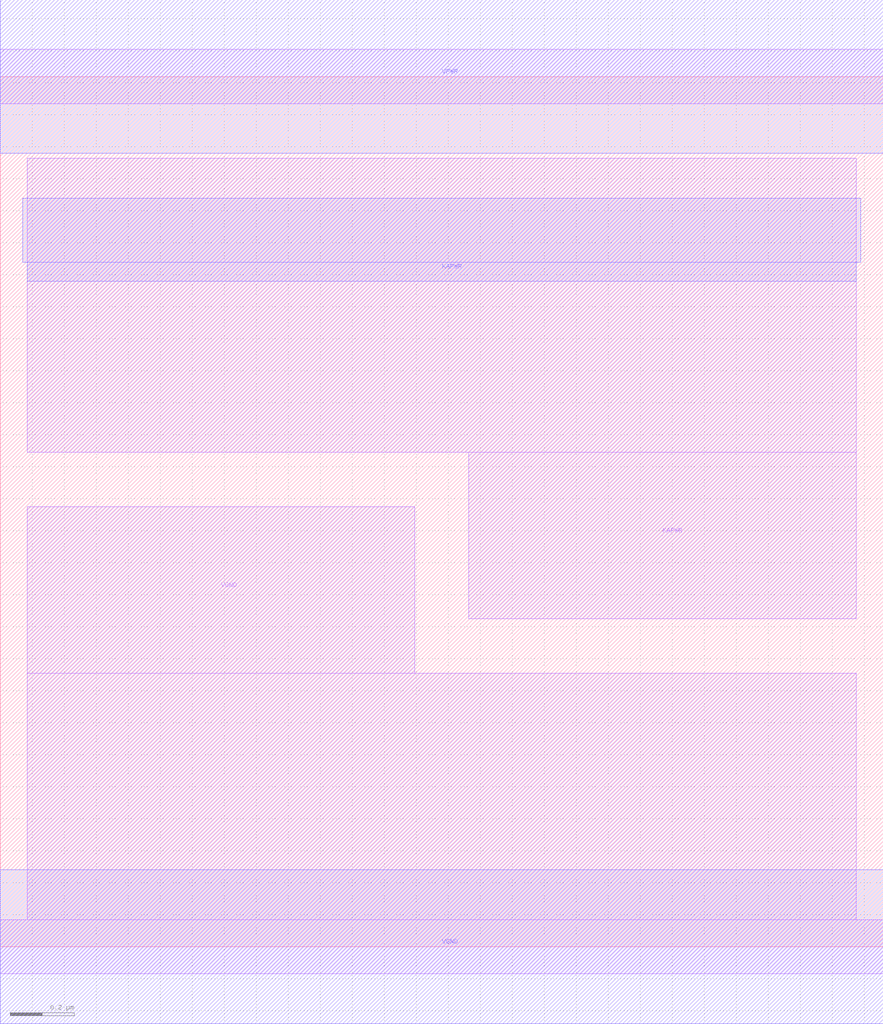
<source format=lef>
# Copyright 2020 The SkyWater PDK Authors
#
# Licensed under the Apache License, Version 2.0 (the "License");
# you may not use this file except in compliance with the License.
# You may obtain a copy of the License at
#
#     https://www.apache.org/licenses/LICENSE-2.0
#
# Unless required by applicable law or agreed to in writing, software
# distributed under the License is distributed on an "AS IS" BASIS,
# WITHOUT WARRANTIES OR CONDITIONS OF ANY KIND, either express or implied.
# See the License for the specific language governing permissions and
# limitations under the License.
#
# SPDX-License-Identifier: Apache-2.0

VERSION 5.5 ;
NAMESCASESENSITIVE ON ;
BUSBITCHARS "[]" ;
DIVIDERCHAR "/" ;
MACRO sky130_fd_sc_hd__lpflow_decapkapwr_6
  CLASS CORE ;
  SOURCE USER ;
  ORIGIN  0.000000  0.000000 ;
  SIZE  2.760000 BY  2.720000 ;
  SYMMETRY X Y R90 ;
  SITE unithd ;
  PIN KAPWR
    DIRECTION INOUT ;
    SHAPE ABUTMENT ;
    USE POWER ;
    PORT
      LAYER li1 ;
        RECT 0.085000 1.545000 2.675000 2.465000 ;
        RECT 1.465000 1.025000 2.675000 1.545000 ;
    END
    PORT
      LAYER met1 ;
        RECT 0.070000 2.140000 2.690000 2.340000 ;
        RECT 0.085000 2.080000 2.675000 2.140000 ;
    END
  END KAPWR
  PIN VGND
    DIRECTION INOUT ;
    SHAPE ABUTMENT ;
    USE GROUND ;
    PORT
      LAYER li1 ;
        RECT 0.000000 -0.085000 2.760000 0.085000 ;
        RECT 0.085000  0.085000 2.675000 0.855000 ;
        RECT 0.085000  0.855000 1.295000 1.375000 ;
    END
    PORT
      LAYER met1 ;
        RECT 0.000000 -0.240000 2.760000 0.240000 ;
    END
  END VGND
  PIN VNB
    DIRECTION INOUT ;
    USE GROUND ;
    PORT
    END
  END VNB
  PIN VPB
    DIRECTION INOUT ;
    USE POWER ;
    PORT
    END
  END VPB
  PIN VPWR
    DIRECTION INOUT ;
    SHAPE ABUTMENT ;
    USE POWER ;
    PORT
      LAYER li1 ;
        RECT 0.000000 2.635000 2.760000 2.805000 ;
    END
    PORT
      LAYER met1 ;
        RECT 0.000000 2.480000 2.760000 2.960000 ;
    END
  END VPWR
  OBS
  END
END sky130_fd_sc_hd__lpflow_decapkapwr_6
END LIBRARY

</source>
